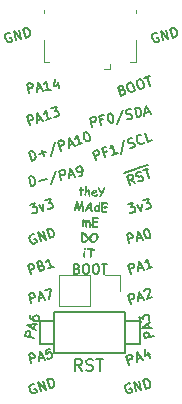
<source format=gbr>
G04 #@! TF.GenerationSoftware,KiCad,Pcbnew,(5.1.5)-3*
G04 #@! TF.CreationDate,2020-12-19T00:41:02-05:00*
G04 #@! TF.ProjectId,STM32_Breakout,53544d33-325f-4427-9265-616b6f75742e,rev?*
G04 #@! TF.SameCoordinates,Original*
G04 #@! TF.FileFunction,Legend,Top*
G04 #@! TF.FilePolarity,Positive*
%FSLAX46Y46*%
G04 Gerber Fmt 4.6, Leading zero omitted, Abs format (unit mm)*
G04 Created by KiCad (PCBNEW (5.1.5)-3) date 2020-12-19 00:41:02*
%MOMM*%
%LPD*%
G04 APERTURE LIST*
%ADD10C,0.150000*%
%ADD11C,0.010000*%
%ADD12C,0.120000*%
G04 APERTURE END LIST*
D10*
X127184285Y-94176857D02*
X127298571Y-94214952D01*
X127336666Y-94253047D01*
X127374761Y-94329238D01*
X127374761Y-94443523D01*
X127336666Y-94519714D01*
X127298571Y-94557809D01*
X127222380Y-94595904D01*
X126917619Y-94595904D01*
X126917619Y-93795904D01*
X127184285Y-93795904D01*
X127260476Y-93834000D01*
X127298571Y-93872095D01*
X127336666Y-93948285D01*
X127336666Y-94024476D01*
X127298571Y-94100666D01*
X127260476Y-94138761D01*
X127184285Y-94176857D01*
X126917619Y-94176857D01*
X127870000Y-93795904D02*
X128022380Y-93795904D01*
X128098571Y-93834000D01*
X128174761Y-93910190D01*
X128212857Y-94062571D01*
X128212857Y-94329238D01*
X128174761Y-94481619D01*
X128098571Y-94557809D01*
X128022380Y-94595904D01*
X127870000Y-94595904D01*
X127793809Y-94557809D01*
X127717619Y-94481619D01*
X127679523Y-94329238D01*
X127679523Y-94062571D01*
X127717619Y-93910190D01*
X127793809Y-93834000D01*
X127870000Y-93795904D01*
X128708095Y-93795904D02*
X128860476Y-93795904D01*
X128936666Y-93834000D01*
X129012857Y-93910190D01*
X129050952Y-94062571D01*
X129050952Y-94329238D01*
X129012857Y-94481619D01*
X128936666Y-94557809D01*
X128860476Y-94595904D01*
X128708095Y-94595904D01*
X128631904Y-94557809D01*
X128555714Y-94481619D01*
X128517619Y-94329238D01*
X128517619Y-94062571D01*
X128555714Y-93910190D01*
X128631904Y-93834000D01*
X128708095Y-93795904D01*
X129279523Y-93795904D02*
X129736666Y-93795904D01*
X129508095Y-94595904D02*
X129508095Y-93795904D01*
X121481717Y-74193386D02*
X121398263Y-74176308D01*
X121287871Y-74205887D01*
X121187340Y-74272264D01*
X121133465Y-74365578D01*
X121116387Y-74449032D01*
X121119029Y-74606080D01*
X121148609Y-74716472D01*
X121224845Y-74853801D01*
X121281361Y-74917535D01*
X121374675Y-74971410D01*
X121494927Y-74978628D01*
X121568521Y-74958908D01*
X121669053Y-74892532D01*
X121695990Y-74845875D01*
X121626972Y-74588295D01*
X121479783Y-74627734D01*
X122046884Y-74830731D02*
X121839829Y-74057991D01*
X122488450Y-74712414D01*
X122281395Y-73939673D01*
X122856422Y-74613816D02*
X122649367Y-73841076D01*
X122833353Y-73791777D01*
X122953604Y-73798995D01*
X123046918Y-73852869D01*
X123103435Y-73916604D01*
X123179671Y-74053933D01*
X123209250Y-74164324D01*
X123211892Y-74321373D01*
X123194815Y-74404827D01*
X123140940Y-74498141D01*
X123040408Y-74564517D01*
X122856422Y-74613816D01*
X123301943Y-97096948D02*
X123108405Y-96320711D01*
X123404114Y-96246983D01*
X123487258Y-96265514D01*
X123533438Y-96293262D01*
X123588833Y-96357973D01*
X123616482Y-96468864D01*
X123597950Y-96552007D01*
X123570203Y-96598187D01*
X123505491Y-96653583D01*
X123209782Y-96727311D01*
X123985919Y-96690845D02*
X124355556Y-96598684D01*
X123967288Y-96931059D02*
X124032496Y-96090310D01*
X124484780Y-96802034D01*
X124476060Y-95979717D02*
X124993551Y-95850692D01*
X124854416Y-96709873D01*
X123088525Y-79324629D02*
X122949606Y-78536783D01*
X123249738Y-78483862D01*
X123331386Y-78508148D01*
X123375518Y-78539049D01*
X123426265Y-78607467D01*
X123446110Y-78720017D01*
X123421824Y-78801665D01*
X123390923Y-78845796D01*
X123322505Y-78896543D01*
X123022373Y-78949465D01*
X123799164Y-78967227D02*
X124174328Y-78901075D01*
X123763822Y-79205556D02*
X123887518Y-78371404D01*
X124289052Y-79112944D01*
X124964349Y-78993871D02*
X124514151Y-79073253D01*
X124739250Y-79033562D02*
X124600332Y-78245716D01*
X124545144Y-78371496D01*
X124483342Y-78459759D01*
X124414924Y-78510506D01*
X125547034Y-78349567D02*
X125639646Y-78874798D01*
X125306530Y-78082511D02*
X125218175Y-78678334D01*
X125705889Y-78592337D01*
X123181874Y-82030328D02*
X122934661Y-81269483D01*
X123224506Y-81175306D01*
X123308740Y-81187993D01*
X123356743Y-81212451D01*
X123416518Y-81273141D01*
X123451834Y-81381833D01*
X123439147Y-81466066D01*
X123414689Y-81514069D01*
X123353999Y-81573844D01*
X123064153Y-81668021D01*
X123835856Y-81577502D02*
X124198164Y-81459781D01*
X123834027Y-81818431D02*
X123840429Y-80975181D01*
X124341257Y-81653622D01*
X124993410Y-81441724D02*
X124558642Y-81582989D01*
X124776026Y-81512357D02*
X124528813Y-80751511D01*
X124491667Y-80883748D01*
X124442750Y-80979753D01*
X124382061Y-81039528D01*
X124999812Y-80598474D02*
X125470811Y-80445437D01*
X125311373Y-80817688D01*
X125420065Y-80782372D01*
X125504299Y-80795058D01*
X125552301Y-80819517D01*
X125612076Y-80880206D01*
X125670937Y-81061360D01*
X125658250Y-81145593D01*
X125633791Y-81193596D01*
X125573102Y-81253371D01*
X125355718Y-81324003D01*
X125271484Y-81311317D01*
X125223481Y-81286858D01*
X123528008Y-100055198D02*
X122755268Y-99848143D01*
X122834146Y-99553765D01*
X122890662Y-99490031D01*
X122937319Y-99463094D01*
X123020774Y-99446016D01*
X123131165Y-99475595D01*
X123194900Y-99532112D01*
X123221837Y-99578769D01*
X123238915Y-99662223D01*
X123160036Y-99956600D01*
X123504421Y-99260096D02*
X123603018Y-98892124D01*
X123705484Y-99392849D02*
X123001762Y-98928214D01*
X123843521Y-98877689D01*
X123228537Y-98081879D02*
X123189098Y-98229067D01*
X123206175Y-98312521D01*
X123233113Y-98359178D01*
X123323785Y-98462352D01*
X123461114Y-98538588D01*
X123755491Y-98617466D01*
X123838945Y-98600389D01*
X123885602Y-98573451D01*
X123942119Y-98509717D01*
X123981558Y-98362528D01*
X123964480Y-98279074D01*
X123937543Y-98232417D01*
X123873808Y-98175900D01*
X123689822Y-98126601D01*
X123606368Y-98143679D01*
X123559711Y-98170616D01*
X123503195Y-98234351D01*
X123463755Y-98381540D01*
X123480833Y-98464994D01*
X123507770Y-98511651D01*
X123571505Y-98568168D01*
X123296741Y-87181302D02*
X123130411Y-86398784D01*
X123316725Y-86359182D01*
X123436434Y-86372683D01*
X123526800Y-86431368D01*
X123579904Y-86497973D01*
X123648848Y-86639104D01*
X123672610Y-86750892D01*
X123667029Y-86907863D01*
X123645607Y-86990309D01*
X123586922Y-87080676D01*
X123483054Y-87141700D01*
X123296741Y-87181302D01*
X124015895Y-86716871D02*
X124612099Y-86590143D01*
X125432782Y-85870454D02*
X124975904Y-87019116D01*
X125867871Y-86634791D02*
X125701542Y-85852273D01*
X125999644Y-85788910D01*
X126082090Y-85810332D01*
X126127273Y-85839674D01*
X126180377Y-85906279D01*
X126204138Y-86018067D01*
X126182716Y-86100513D01*
X126153374Y-86145696D01*
X126086769Y-86198800D01*
X125788667Y-86262164D01*
X126565604Y-86252806D02*
X126938232Y-86173601D01*
X126538601Y-86492223D02*
X126633111Y-85654262D01*
X127060280Y-86381337D01*
X127358382Y-86317974D02*
X127507433Y-86286292D01*
X127574038Y-86233188D01*
X127603380Y-86188005D01*
X127654145Y-86060376D01*
X127659726Y-85903404D01*
X127596362Y-85605302D01*
X127543258Y-85538697D01*
X127498075Y-85509355D01*
X127415629Y-85487933D01*
X127266578Y-85519615D01*
X127199973Y-85572718D01*
X127170631Y-85617901D01*
X127149209Y-85700347D01*
X127188811Y-85886661D01*
X127241915Y-85953266D01*
X127287098Y-85982609D01*
X127369544Y-86004030D01*
X127518595Y-85972349D01*
X127585200Y-85919245D01*
X127614542Y-85874062D01*
X127635964Y-85791616D01*
X123516701Y-103947930D02*
X123432468Y-103935244D01*
X123323775Y-103970560D01*
X123226855Y-104042107D01*
X123177938Y-104138112D01*
X123165251Y-104222346D01*
X123176109Y-104379041D01*
X123211425Y-104487733D01*
X123294744Y-104620884D01*
X123354519Y-104681573D01*
X123450525Y-104730490D01*
X123570989Y-104731405D01*
X123643450Y-104707861D01*
X123740371Y-104636314D01*
X123764829Y-104588311D01*
X123682425Y-104334696D01*
X123537502Y-104381784D01*
X124114450Y-104554824D02*
X123867236Y-103793979D01*
X124549219Y-104413559D01*
X124302005Y-103652714D01*
X124911526Y-104295838D02*
X124664312Y-103534993D01*
X124845466Y-103476133D01*
X124965930Y-103477047D01*
X125061936Y-103525964D01*
X125121711Y-103586654D01*
X125205030Y-103719805D01*
X125240346Y-103828497D01*
X125251203Y-103985192D01*
X125238517Y-104069425D01*
X125189600Y-104165431D01*
X125092679Y-104236978D01*
X124911526Y-104295838D01*
X123352461Y-85017966D02*
X123092007Y-84261551D01*
X123272105Y-84199538D01*
X123392567Y-84198350D01*
X123489412Y-84245585D01*
X123550237Y-84305222D01*
X123635867Y-84436898D01*
X123673075Y-84544957D01*
X123686665Y-84701439D01*
X123675451Y-84785881D01*
X123628216Y-84882726D01*
X123532560Y-84955953D01*
X123352461Y-85017966D01*
X124009655Y-84469354D02*
X124585971Y-84270912D01*
X124397034Y-84658291D02*
X124198592Y-84081975D01*
X125312829Y-83456571D02*
X124999343Y-84652351D01*
X125837824Y-84162187D02*
X125577370Y-83405772D01*
X125865528Y-83306552D01*
X125949970Y-83317766D01*
X125998392Y-83341383D01*
X126059217Y-83401020D01*
X126096425Y-83509079D01*
X126085210Y-83593522D01*
X126061593Y-83641944D01*
X126001956Y-83702769D01*
X125713798Y-83801990D01*
X126483804Y-83698017D02*
X126844001Y-83573991D01*
X126486180Y-83938940D02*
X126477864Y-83095707D01*
X126990456Y-83765304D01*
X127638812Y-83542057D02*
X127206575Y-83690889D01*
X127422693Y-83616473D02*
X127162239Y-82860058D01*
X127127407Y-82992923D01*
X127080173Y-83089767D01*
X127020536Y-83150592D01*
X127846614Y-82624409D02*
X127918654Y-82599604D01*
X128003096Y-82610818D01*
X128051518Y-82634435D01*
X128112343Y-82694072D01*
X128197973Y-82825749D01*
X128259986Y-83005847D01*
X128273577Y-83162329D01*
X128262362Y-83246771D01*
X128238745Y-83295193D01*
X128179108Y-83356018D01*
X128107069Y-83380824D01*
X128022627Y-83369609D01*
X127974204Y-83345992D01*
X127913379Y-83286355D01*
X127827749Y-83154679D01*
X127765736Y-82974580D01*
X127752146Y-82818098D01*
X127763360Y-82733656D01*
X127786977Y-82685234D01*
X127846614Y-82624409D01*
X123312137Y-102191137D02*
X123105081Y-101418396D01*
X123399459Y-101339518D01*
X123482913Y-101356596D01*
X123529570Y-101383533D01*
X123586087Y-101447268D01*
X123615666Y-101557659D01*
X123598588Y-101641114D01*
X123571651Y-101687770D01*
X123507916Y-101744287D01*
X123213539Y-101823165D01*
X123988921Y-101773159D02*
X124356893Y-101674561D01*
X123974486Y-102013661D02*
X124025011Y-101171902D01*
X124489646Y-101875624D01*
X124908143Y-100935268D02*
X124540171Y-101033865D01*
X124601972Y-101411697D01*
X124628909Y-101365040D01*
X124692644Y-101308523D01*
X124876630Y-101259224D01*
X124960084Y-101276302D01*
X125006741Y-101303239D01*
X125063257Y-101366974D01*
X125112556Y-101550960D01*
X125095479Y-101634414D01*
X125068541Y-101681071D01*
X125004807Y-101737588D01*
X124820821Y-101786886D01*
X124737367Y-101769809D01*
X124690710Y-101742871D01*
X123301311Y-94644655D02*
X123040856Y-93888240D01*
X123329014Y-93789019D01*
X123413456Y-93800234D01*
X123461879Y-93823851D01*
X123522703Y-93883488D01*
X123559911Y-93991547D01*
X123548697Y-94075989D01*
X123525080Y-94124411D01*
X123465443Y-94185236D01*
X123177285Y-94284457D01*
X124173435Y-93901165D02*
X124293897Y-93899977D01*
X124342319Y-93923594D01*
X124403144Y-93983231D01*
X124440352Y-94091290D01*
X124429138Y-94175732D01*
X124405520Y-94224154D01*
X124345883Y-94284979D01*
X124057725Y-94384200D01*
X123797271Y-93627785D01*
X124049409Y-93540967D01*
X124133851Y-93552182D01*
X124182274Y-93575799D01*
X124243099Y-93635436D01*
X124267904Y-93707475D01*
X124256689Y-93791917D01*
X124233072Y-93840340D01*
X124173435Y-93901165D01*
X123921297Y-93987983D01*
X125210358Y-93987317D02*
X124778120Y-94136148D01*
X124994239Y-94061733D02*
X124733785Y-93305318D01*
X124698953Y-93438182D01*
X124651718Y-93535027D01*
X124592082Y-93595852D01*
X123183757Y-88741387D02*
X123659810Y-88604881D01*
X123487477Y-88971340D01*
X123597336Y-88939839D01*
X123681075Y-88955457D01*
X123728195Y-88981576D01*
X123785816Y-89044315D01*
X123838318Y-89227412D01*
X123822700Y-89311152D01*
X123796581Y-89358272D01*
X123733842Y-89415892D01*
X123514125Y-89478895D01*
X123430386Y-89463276D01*
X123383266Y-89437157D01*
X123989650Y-88787714D02*
X124319754Y-89247885D01*
X124355845Y-88682709D01*
X124502059Y-88363370D02*
X124978112Y-88226864D01*
X124805779Y-88593323D01*
X124915638Y-88561822D01*
X124999377Y-88577440D01*
X125046497Y-88603559D01*
X125104118Y-88666298D01*
X125156620Y-88849395D01*
X125141001Y-88933135D01*
X125114882Y-88980255D01*
X125052144Y-89037875D01*
X124832427Y-89100878D01*
X124748687Y-89085260D01*
X124701567Y-89059141D01*
X123513456Y-91260234D02*
X123429014Y-91249019D01*
X123320955Y-91286227D01*
X123225298Y-91359454D01*
X123178064Y-91456299D01*
X123166849Y-91540741D01*
X123180440Y-91697223D01*
X123217648Y-91805282D01*
X123303278Y-91936959D01*
X123364103Y-91996595D01*
X123460947Y-92043830D01*
X123581409Y-92042642D01*
X123653449Y-92017837D01*
X123749105Y-91944609D01*
X123772723Y-91896187D01*
X123685904Y-91644048D01*
X123541825Y-91693659D01*
X124121706Y-91856603D02*
X123861251Y-91100188D01*
X124553943Y-91707772D01*
X124293488Y-90951357D01*
X124914140Y-91583746D02*
X124653686Y-90827331D01*
X124833785Y-90765318D01*
X124954246Y-90764130D01*
X125051091Y-90811364D01*
X125111916Y-90871001D01*
X125197546Y-91002677D01*
X125234754Y-91110737D01*
X125248345Y-91267218D01*
X125237130Y-91351660D01*
X125189896Y-91448505D01*
X125094239Y-91521733D01*
X124914140Y-91583746D01*
X131029766Y-79021158D02*
X131150230Y-79022072D01*
X131198233Y-79046531D01*
X131258008Y-79107220D01*
X131293324Y-79215912D01*
X131280637Y-79300146D01*
X131256179Y-79348149D01*
X131195489Y-79407923D01*
X130905644Y-79502100D01*
X130658430Y-78741255D01*
X130912045Y-78658850D01*
X130996279Y-78671537D01*
X131044281Y-78695996D01*
X131104056Y-78756685D01*
X131127600Y-78829146D01*
X131114914Y-78913380D01*
X131090455Y-78961383D01*
X131029766Y-79021158D01*
X130776151Y-79103562D01*
X131564198Y-78446953D02*
X131709121Y-78399865D01*
X131793354Y-78412551D01*
X131889360Y-78461469D01*
X131972679Y-78594619D01*
X132055084Y-78848234D01*
X132065941Y-79004929D01*
X132017024Y-79100935D01*
X131956335Y-79160710D01*
X131811412Y-79207798D01*
X131727178Y-79195112D01*
X131631172Y-79146194D01*
X131547853Y-79013043D01*
X131465449Y-78759428D01*
X131454591Y-78602733D01*
X131503509Y-78506728D01*
X131564198Y-78446953D01*
X132361274Y-78187967D02*
X132506197Y-78140879D01*
X132590430Y-78153566D01*
X132686436Y-78202483D01*
X132769755Y-78335634D01*
X132852160Y-78589249D01*
X132863017Y-78745944D01*
X132814100Y-78841949D01*
X132753410Y-78901724D01*
X132608488Y-78948813D01*
X132524254Y-78936126D01*
X132428248Y-78887209D01*
X132344929Y-78754058D01*
X132262525Y-78500443D01*
X132251667Y-78343748D01*
X132300585Y-78247742D01*
X132361274Y-78187967D01*
X132904735Y-78011386D02*
X133339504Y-77870121D01*
X133369333Y-78701599D02*
X133122119Y-77940754D01*
X133927717Y-74193386D02*
X133844263Y-74176308D01*
X133733871Y-74205887D01*
X133633340Y-74272264D01*
X133579465Y-74365578D01*
X133562387Y-74449032D01*
X133565029Y-74606080D01*
X133594609Y-74716472D01*
X133670845Y-74853801D01*
X133727361Y-74917535D01*
X133820675Y-74971410D01*
X133940927Y-74978628D01*
X134014521Y-74958908D01*
X134115053Y-74892532D01*
X134141990Y-74845875D01*
X134072972Y-74588295D01*
X133925783Y-74627734D01*
X134492884Y-74830731D02*
X134285829Y-74057991D01*
X134934450Y-74712414D01*
X134727395Y-73939673D01*
X135302422Y-74613816D02*
X135095367Y-73841076D01*
X135279353Y-73791777D01*
X135399604Y-73798995D01*
X135492918Y-73852869D01*
X135549435Y-73916604D01*
X135625671Y-74053933D01*
X135655250Y-74164324D01*
X135657892Y-74321373D01*
X135640815Y-74404827D01*
X135586940Y-74498141D01*
X135486408Y-74564517D01*
X135302422Y-74613816D01*
X128473164Y-82148825D02*
X128306835Y-81366307D01*
X128604937Y-81302943D01*
X128687383Y-81324365D01*
X128732566Y-81353707D01*
X128785670Y-81420312D01*
X128809431Y-81532101D01*
X128788009Y-81614547D01*
X128758667Y-81659730D01*
X128692062Y-81712834D01*
X128393960Y-81776197D01*
X129429396Y-81517162D02*
X129168557Y-81572605D01*
X129255682Y-81982495D02*
X129089353Y-81199977D01*
X129461980Y-81120773D01*
X129909134Y-81025727D02*
X129983659Y-81009887D01*
X130066105Y-81031308D01*
X130111288Y-81060651D01*
X130164392Y-81127256D01*
X130233336Y-81268387D01*
X130272939Y-81454700D01*
X130267358Y-81611672D01*
X130245936Y-81694118D01*
X130216594Y-81739301D01*
X130149988Y-81792405D01*
X130075463Y-81808246D01*
X129993017Y-81786824D01*
X129947834Y-81757481D01*
X129894730Y-81690876D01*
X129825785Y-81549746D01*
X129786183Y-81363432D01*
X129791764Y-81206460D01*
X129813186Y-81124014D01*
X129842528Y-81078831D01*
X129909134Y-81025727D01*
X131056359Y-80742931D02*
X130599481Y-81891594D01*
X131446265Y-81477926D02*
X131565974Y-81491428D01*
X131752287Y-81451826D01*
X131818892Y-81398722D01*
X131848235Y-81353539D01*
X131869657Y-81271093D01*
X131853816Y-81196567D01*
X131800712Y-81129962D01*
X131755529Y-81100620D01*
X131673083Y-81079198D01*
X131516111Y-81073617D01*
X131433665Y-81052195D01*
X131388482Y-81022853D01*
X131335379Y-80956248D01*
X131319538Y-80881722D01*
X131340960Y-80799276D01*
X131370302Y-80754093D01*
X131436907Y-80700989D01*
X131623221Y-80661387D01*
X131742929Y-80674888D01*
X132236703Y-81348860D02*
X132070374Y-80566342D01*
X132256688Y-80526739D01*
X132376397Y-80540241D01*
X132466763Y-80598926D01*
X132519867Y-80665531D01*
X132588811Y-80806661D01*
X132612572Y-80918450D01*
X132606991Y-81075421D01*
X132585570Y-81157867D01*
X132526885Y-81248233D01*
X132423017Y-81309258D01*
X132236703Y-81348860D01*
X132934436Y-80966874D02*
X133307064Y-80887670D01*
X132907433Y-81206292D02*
X133001943Y-80368331D01*
X133429112Y-81095405D01*
X128834819Y-85000471D02*
X128561203Y-84248717D01*
X128847586Y-84144482D01*
X128932211Y-84154221D01*
X128981038Y-84176990D01*
X129042894Y-84235556D01*
X129081982Y-84342950D01*
X129072243Y-84427575D01*
X129049475Y-84476402D01*
X128990908Y-84538258D01*
X128704526Y-84642493D01*
X129693835Y-84241874D02*
X129443251Y-84333079D01*
X129586573Y-84726855D02*
X129312957Y-83975101D01*
X129670935Y-83844807D01*
X130624710Y-84349004D02*
X130195136Y-84505356D01*
X130409923Y-84427180D02*
X130136307Y-83675426D01*
X130103799Y-83808878D01*
X130058262Y-83906533D01*
X129999696Y-83968389D01*
X131197212Y-83248748D02*
X130904643Y-84449817D01*
X131685615Y-83922326D02*
X131806038Y-83919036D01*
X131985027Y-83853889D01*
X132043593Y-83792033D01*
X132066362Y-83743206D01*
X132076101Y-83658581D01*
X132050042Y-83586985D01*
X131988186Y-83528419D01*
X131939358Y-83505650D01*
X131854733Y-83495911D01*
X131698513Y-83512231D01*
X131613888Y-83502492D01*
X131565061Y-83479723D01*
X131503204Y-83421157D01*
X131477146Y-83349561D01*
X131486885Y-83264936D01*
X131509653Y-83216109D01*
X131568219Y-83154253D01*
X131747209Y-83089106D01*
X131867631Y-83085816D01*
X132853914Y-83456560D02*
X132831145Y-83505387D01*
X132736781Y-83580273D01*
X132665185Y-83606332D01*
X132544763Y-83609622D01*
X132447108Y-83564085D01*
X132385252Y-83505519D01*
X132297337Y-83375357D01*
X132258249Y-83267963D01*
X132241929Y-83111743D01*
X132251668Y-83027118D01*
X132297205Y-82929464D01*
X132391569Y-82854578D01*
X132463165Y-82828519D01*
X132583588Y-82825229D01*
X132632415Y-82847997D01*
X133560131Y-83280598D02*
X133202153Y-83410892D01*
X132928536Y-82659138D01*
X131142423Y-86054479D02*
X131898838Y-85794024D01*
X132123597Y-86914817D02*
X131747433Y-86641438D01*
X131691360Y-87063648D02*
X131430905Y-86307233D01*
X131719063Y-86208013D01*
X131803506Y-86219227D01*
X131851928Y-86242844D01*
X131912753Y-86302481D01*
X131949961Y-86410540D01*
X131938746Y-86494983D01*
X131915129Y-86543405D01*
X131855492Y-86604230D01*
X131567334Y-86703451D01*
X131898838Y-85794024D02*
X132619233Y-85545972D01*
X132399352Y-86779577D02*
X132519814Y-86778388D01*
X132699913Y-86716375D01*
X132759550Y-86655551D01*
X132783167Y-86607128D01*
X132794382Y-86522686D01*
X132769577Y-86450647D01*
X132708752Y-86391010D01*
X132660329Y-86367393D01*
X132575887Y-86356178D01*
X132419405Y-86369769D01*
X132334963Y-86358554D01*
X132286541Y-86334937D01*
X132225716Y-86275300D01*
X132200911Y-86203260D01*
X132212125Y-86118818D01*
X132235743Y-86070396D01*
X132295380Y-86009571D01*
X132475478Y-85947558D01*
X132595940Y-85946370D01*
X132619233Y-85545972D02*
X133195549Y-85347531D01*
X132799656Y-85835935D02*
X133231893Y-85687104D01*
X133276229Y-86517934D02*
X133015775Y-85761519D01*
X131489924Y-88705319D02*
X131970451Y-88585510D01*
X131785434Y-88945732D01*
X131896325Y-88918084D01*
X131979468Y-88936615D01*
X132025648Y-88964363D01*
X132081044Y-89029074D01*
X132127124Y-89213892D01*
X132108593Y-89297036D01*
X132080845Y-89343216D01*
X132016134Y-89398611D01*
X131794352Y-89453908D01*
X131711209Y-89435376D01*
X131665029Y-89407629D01*
X132293709Y-88779743D02*
X132607552Y-89251154D01*
X132663345Y-88687583D01*
X132820615Y-88373541D02*
X133301142Y-88253732D01*
X133116125Y-88613954D01*
X133227016Y-88586305D01*
X133310160Y-88604837D01*
X133356339Y-88632584D01*
X133411735Y-88697296D01*
X133457815Y-88882114D01*
X133439284Y-88965257D01*
X133411536Y-89011437D01*
X133346825Y-89066833D01*
X133125043Y-89122129D01*
X133041900Y-89103598D01*
X132995720Y-89075850D01*
X131612137Y-92031137D02*
X131405081Y-91258396D01*
X131699459Y-91179518D01*
X131782913Y-91196596D01*
X131829570Y-91223533D01*
X131886087Y-91287268D01*
X131915666Y-91397659D01*
X131898588Y-91481114D01*
X131871651Y-91527770D01*
X131807916Y-91584287D01*
X131513539Y-91663165D01*
X132288921Y-91613159D02*
X132656893Y-91514561D01*
X132274486Y-91853661D02*
X132325011Y-91011902D01*
X132789646Y-91715624D01*
X132987360Y-90834426D02*
X133060954Y-90814707D01*
X133144408Y-90831784D01*
X133191065Y-90858722D01*
X133247582Y-90922456D01*
X133323818Y-91059785D01*
X133373117Y-91243771D01*
X133375759Y-91400820D01*
X133358681Y-91484274D01*
X133331744Y-91530931D01*
X133268009Y-91587447D01*
X133194415Y-91607167D01*
X133110961Y-91590089D01*
X133064304Y-91563152D01*
X133007787Y-91499417D01*
X132931551Y-91362088D01*
X132882252Y-91178102D01*
X132879610Y-91021054D01*
X132896688Y-90937600D01*
X132923625Y-90890943D01*
X132987360Y-90834426D01*
X131722576Y-94585146D02*
X131502067Y-93816137D01*
X131795022Y-93732133D01*
X131878762Y-93747752D01*
X131925882Y-93773871D01*
X131983502Y-93836609D01*
X132015004Y-93946468D01*
X131999385Y-94030207D01*
X131973266Y-94077327D01*
X131910528Y-94134948D01*
X131617572Y-94218951D01*
X132391963Y-94155420D02*
X132758158Y-94050415D01*
X132381727Y-94396138D02*
X132417554Y-93553625D01*
X132894400Y-94249131D01*
X133553551Y-94060123D02*
X133114117Y-94186128D01*
X133333834Y-94123126D02*
X133113324Y-93354116D01*
X133071587Y-93484976D01*
X133019349Y-93579215D01*
X132956610Y-93636836D01*
X131744181Y-97152607D02*
X131496968Y-96391762D01*
X131786814Y-96297585D01*
X131871047Y-96310272D01*
X131919050Y-96334731D01*
X131978825Y-96395420D01*
X132014141Y-96504112D01*
X132001455Y-96588346D01*
X131976996Y-96636349D01*
X131916307Y-96696123D01*
X131626461Y-96790300D01*
X132398164Y-96699781D02*
X132760471Y-96582061D01*
X132396335Y-96940710D02*
X132402736Y-96097460D01*
X132903565Y-96775901D01*
X132897280Y-96016885D02*
X132921738Y-95968882D01*
X132982428Y-95909107D01*
X133163581Y-95850247D01*
X133247815Y-95862933D01*
X133295818Y-95887392D01*
X133355592Y-95948081D01*
X133379137Y-96020543D01*
X133378222Y-96141007D01*
X133084718Y-96717040D01*
X133555718Y-96564003D01*
X131635340Y-102296851D02*
X131374886Y-101540436D01*
X131663044Y-101441215D01*
X131747486Y-101452430D01*
X131795908Y-101476047D01*
X131856733Y-101535684D01*
X131893941Y-101643743D01*
X131882726Y-101728185D01*
X131859109Y-101776608D01*
X131799472Y-101837432D01*
X131511314Y-101936653D01*
X132281320Y-101832680D02*
X132641517Y-101708654D01*
X132283696Y-102073604D02*
X132275380Y-101230371D01*
X132787972Y-101899968D01*
X133190652Y-101197250D02*
X133364288Y-101701526D01*
X132911333Y-100971105D02*
X132917273Y-101573414D01*
X133385530Y-101412180D01*
X131645812Y-103899338D02*
X131562669Y-103880807D01*
X131451778Y-103908455D01*
X131350103Y-103973067D01*
X131294608Y-104065426D01*
X131276077Y-104148570D01*
X131275977Y-104305640D01*
X131303625Y-104416531D01*
X131377453Y-104555170D01*
X131432849Y-104619881D01*
X131525209Y-104675376D01*
X131645316Y-104684692D01*
X131719243Y-104666260D01*
X131820918Y-104601648D01*
X131848665Y-104555468D01*
X131784153Y-104296722D01*
X131636298Y-104333587D01*
X132199770Y-104546451D02*
X132006233Y-103770214D01*
X132643334Y-104435858D01*
X132449797Y-103659621D01*
X133012971Y-104343697D02*
X132819433Y-103567460D01*
X133004251Y-103521380D01*
X133124358Y-103530695D01*
X133216718Y-103586191D01*
X133272113Y-103650902D01*
X133345941Y-103789540D01*
X133373590Y-103900431D01*
X133373490Y-104057502D01*
X133354959Y-104140645D01*
X133299464Y-104233005D01*
X133197789Y-104297617D01*
X133012971Y-104343697D01*
X133711137Y-99867862D02*
X132938396Y-100074918D01*
X132859518Y-99780540D01*
X132876596Y-99697086D01*
X132903533Y-99650429D01*
X132967268Y-99593912D01*
X133077659Y-99564333D01*
X133161114Y-99581411D01*
X133207770Y-99608348D01*
X133264287Y-99672083D01*
X133343165Y-99966460D01*
X133293159Y-99191078D02*
X133194561Y-98823106D01*
X133533661Y-99205513D02*
X132691902Y-99154988D01*
X133395624Y-98690353D01*
X132573585Y-98713422D02*
X132445408Y-98235059D01*
X132808804Y-98413761D01*
X132779224Y-98303369D01*
X132796302Y-98219915D01*
X132823239Y-98173258D01*
X132886974Y-98116742D01*
X133070960Y-98067443D01*
X133154414Y-98084520D01*
X133201071Y-98111458D01*
X133257588Y-98175192D01*
X133316746Y-98395975D01*
X133299669Y-98479430D01*
X133272731Y-98526087D01*
D11*
G36*
X128742162Y-87486739D02*
G01*
X128753868Y-87492535D01*
X128803506Y-87537202D01*
X128813414Y-87597436D01*
X128805567Y-87638488D01*
X128780108Y-87670938D01*
X128726560Y-87703776D01*
X128646294Y-87740828D01*
X128550299Y-87783173D01*
X128494222Y-87810970D01*
X128471387Y-87830423D01*
X128475118Y-87847736D01*
X128498741Y-87869112D01*
X128503821Y-87873244D01*
X128580022Y-87907776D01*
X128672241Y-87913875D01*
X128753833Y-87890275D01*
X128761518Y-87885473D01*
X128818574Y-87854580D01*
X128845686Y-87861507D01*
X128849270Y-87887812D01*
X128824055Y-87938305D01*
X128763613Y-87972788D01*
X128681636Y-87989686D01*
X128591820Y-87987419D01*
X128507855Y-87964408D01*
X128457394Y-87932969D01*
X128396792Y-87850980D01*
X128381459Y-87749021D01*
X128388753Y-87713566D01*
X128457060Y-87717145D01*
X128463968Y-87728614D01*
X128492158Y-87719468D01*
X128551946Y-87695209D01*
X128606071Y-87671788D01*
X128677560Y-87636186D01*
X128725271Y-87604851D01*
X128737205Y-87589768D01*
X128716882Y-87562267D01*
X128666169Y-87544975D01*
X128605354Y-87542300D01*
X128565466Y-87552463D01*
X128532670Y-87580679D01*
X128497661Y-87627958D01*
X128469454Y-87678660D01*
X128457060Y-87717145D01*
X128388753Y-87713566D01*
X128402000Y-87649168D01*
X128457310Y-87545317D01*
X128537864Y-87481215D01*
X128635527Y-87460481D01*
X128742162Y-87486739D01*
G37*
X128742162Y-87486739D02*
X128753868Y-87492535D01*
X128803506Y-87537202D01*
X128813414Y-87597436D01*
X128805567Y-87638488D01*
X128780108Y-87670938D01*
X128726560Y-87703776D01*
X128646294Y-87740828D01*
X128550299Y-87783173D01*
X128494222Y-87810970D01*
X128471387Y-87830423D01*
X128475118Y-87847736D01*
X128498741Y-87869112D01*
X128503821Y-87873244D01*
X128580022Y-87907776D01*
X128672241Y-87913875D01*
X128753833Y-87890275D01*
X128761518Y-87885473D01*
X128818574Y-87854580D01*
X128845686Y-87861507D01*
X128849270Y-87887812D01*
X128824055Y-87938305D01*
X128763613Y-87972788D01*
X128681636Y-87989686D01*
X128591820Y-87987419D01*
X128507855Y-87964408D01*
X128457394Y-87932969D01*
X128396792Y-87850980D01*
X128381459Y-87749021D01*
X128388753Y-87713566D01*
X128457060Y-87717145D01*
X128463968Y-87728614D01*
X128492158Y-87719468D01*
X128551946Y-87695209D01*
X128606071Y-87671788D01*
X128677560Y-87636186D01*
X128725271Y-87604851D01*
X128737205Y-87589768D01*
X128716882Y-87562267D01*
X128666169Y-87544975D01*
X128605354Y-87542300D01*
X128565466Y-87552463D01*
X128532670Y-87580679D01*
X128497661Y-87627958D01*
X128469454Y-87678660D01*
X128457060Y-87717145D01*
X128388753Y-87713566D01*
X128402000Y-87649168D01*
X128457310Y-87545317D01*
X128537864Y-87481215D01*
X128635527Y-87460481D01*
X128742162Y-87486739D01*
G36*
X129507659Y-87278230D02*
G01*
X129514772Y-87300111D01*
X129504488Y-87343723D01*
X129474837Y-87415758D01*
X129423854Y-87522904D01*
X129392586Y-87586044D01*
X129307995Y-87753496D01*
X129241726Y-87878663D01*
X129190876Y-87965641D01*
X129152541Y-88018524D01*
X129123819Y-88041404D01*
X129101804Y-88038378D01*
X129086066Y-88018252D01*
X129089589Y-87983370D01*
X129113651Y-87922154D01*
X129132968Y-87884375D01*
X129193335Y-87775074D01*
X129136169Y-87672197D01*
X129057973Y-87529919D01*
X129002971Y-87425307D01*
X128968470Y-87352074D01*
X128951784Y-87303937D01*
X128950221Y-87274611D01*
X128959425Y-87259192D01*
X128993839Y-87258960D01*
X129040810Y-87303884D01*
X129097626Y-87390455D01*
X129161577Y-87515164D01*
X129168096Y-87529238D01*
X129212347Y-87616090D01*
X129245786Y-87662135D01*
X129265943Y-87664622D01*
X129270670Y-87643430D01*
X129283917Y-87598286D01*
X129315642Y-87529305D01*
X129358370Y-87449460D01*
X129404620Y-87371725D01*
X129446917Y-87309072D01*
X129477782Y-87274475D01*
X129485115Y-87271390D01*
X129507659Y-87278230D01*
G37*
X129507659Y-87278230D02*
X129514772Y-87300111D01*
X129504488Y-87343723D01*
X129474837Y-87415758D01*
X129423854Y-87522904D01*
X129392586Y-87586044D01*
X129307995Y-87753496D01*
X129241726Y-87878663D01*
X129190876Y-87965641D01*
X129152541Y-88018524D01*
X129123819Y-88041404D01*
X129101804Y-88038378D01*
X129086066Y-88018252D01*
X129089589Y-87983370D01*
X129113651Y-87922154D01*
X129132968Y-87884375D01*
X129193335Y-87775074D01*
X129136169Y-87672197D01*
X129057973Y-87529919D01*
X129002971Y-87425307D01*
X128968470Y-87352074D01*
X128951784Y-87303937D01*
X128950221Y-87274611D01*
X128959425Y-87259192D01*
X128993839Y-87258960D01*
X129040810Y-87303884D01*
X129097626Y-87390455D01*
X129161577Y-87515164D01*
X129168096Y-87529238D01*
X129212347Y-87616090D01*
X129245786Y-87662135D01*
X129265943Y-87664622D01*
X129270670Y-87643430D01*
X129283917Y-87598286D01*
X129315642Y-87529305D01*
X129358370Y-87449460D01*
X129404620Y-87371725D01*
X129446917Y-87309072D01*
X129477782Y-87274475D01*
X129485115Y-87271390D01*
X129507659Y-87278230D01*
G36*
X127924848Y-87178554D02*
G01*
X127934010Y-87257378D01*
X127933005Y-87342023D01*
X127923885Y-87516044D01*
X128015882Y-87475058D01*
X128110524Y-87448925D01*
X128182409Y-87462345D01*
X128225572Y-87514005D01*
X128228272Y-87521840D01*
X128239096Y-87579904D01*
X128246488Y-87664018D01*
X128250279Y-87759959D01*
X128250294Y-87853505D01*
X128246363Y-87930435D01*
X128238315Y-87976524D01*
X128233848Y-87983170D01*
X128201295Y-87977002D01*
X128185834Y-87961954D01*
X128172187Y-87918734D01*
X128164294Y-87844246D01*
X128163443Y-87788687D01*
X128162886Y-87667208D01*
X128154301Y-87588814D01*
X128135939Y-87545971D01*
X128106049Y-87531145D01*
X128103545Y-87530966D01*
X128036279Y-87551283D01*
X127976345Y-87613076D01*
X127930695Y-87706819D01*
X127909300Y-87797206D01*
X127891907Y-87886813D01*
X127870564Y-87931444D01*
X127852090Y-87939148D01*
X127838305Y-87930913D01*
X127829903Y-87903338D01*
X127826682Y-87849514D01*
X127828444Y-87762535D01*
X127834985Y-87635493D01*
X127840609Y-87545064D01*
X127850049Y-87409233D01*
X127859473Y-87292396D01*
X127868051Y-87203555D01*
X127874954Y-87151711D01*
X127877721Y-87142243D01*
X127905526Y-87138156D01*
X127924848Y-87178554D01*
G37*
X127924848Y-87178554D02*
X127934010Y-87257378D01*
X127933005Y-87342023D01*
X127923885Y-87516044D01*
X128015882Y-87475058D01*
X128110524Y-87448925D01*
X128182409Y-87462345D01*
X128225572Y-87514005D01*
X128228272Y-87521840D01*
X128239096Y-87579904D01*
X128246488Y-87664018D01*
X128250279Y-87759959D01*
X128250294Y-87853505D01*
X128246363Y-87930435D01*
X128238315Y-87976524D01*
X128233848Y-87983170D01*
X128201295Y-87977002D01*
X128185834Y-87961954D01*
X128172187Y-87918734D01*
X128164294Y-87844246D01*
X128163443Y-87788687D01*
X128162886Y-87667208D01*
X128154301Y-87588814D01*
X128135939Y-87545971D01*
X128106049Y-87531145D01*
X128103545Y-87530966D01*
X128036279Y-87551283D01*
X127976345Y-87613076D01*
X127930695Y-87706819D01*
X127909300Y-87797206D01*
X127891907Y-87886813D01*
X127870564Y-87931444D01*
X127852090Y-87939148D01*
X127838305Y-87930913D01*
X127829903Y-87903338D01*
X127826682Y-87849514D01*
X127828444Y-87762535D01*
X127834985Y-87635493D01*
X127840609Y-87545064D01*
X127850049Y-87409233D01*
X127859473Y-87292396D01*
X127868051Y-87203555D01*
X127874954Y-87151711D01*
X127877721Y-87142243D01*
X127905526Y-87138156D01*
X127924848Y-87178554D01*
G36*
X127536322Y-87245232D02*
G01*
X127550536Y-87297929D01*
X127550855Y-87324749D01*
X127554737Y-87378543D01*
X127584610Y-87399558D01*
X127621828Y-87403572D01*
X127680844Y-87415455D01*
X127712742Y-87436728D01*
X127709336Y-87470924D01*
X127667440Y-87495760D01*
X127599518Y-87504100D01*
X127595400Y-87503943D01*
X127564240Y-87504647D01*
X127546605Y-87517482D01*
X127539358Y-87553161D01*
X127539363Y-87622397D01*
X127541650Y-87687407D01*
X127542195Y-87802105D01*
X127532528Y-87876208D01*
X127513276Y-87917180D01*
X127478937Y-87943881D01*
X127460382Y-87941328D01*
X127453587Y-87908456D01*
X127450840Y-87838045D01*
X127452514Y-87743426D01*
X127453979Y-87711427D01*
X127465013Y-87500893D01*
X127395618Y-87489176D01*
X127338697Y-87464392D01*
X127320108Y-87432449D01*
X127327027Y-87401093D01*
X127367383Y-87391106D01*
X127395229Y-87391696D01*
X127450706Y-87389975D01*
X127469587Y-87369209D01*
X127467861Y-87333311D01*
X127468817Y-87273332D01*
X127479620Y-87241276D01*
X127509792Y-87222959D01*
X127536322Y-87245232D01*
G37*
X127536322Y-87245232D02*
X127550536Y-87297929D01*
X127550855Y-87324749D01*
X127554737Y-87378543D01*
X127584610Y-87399558D01*
X127621828Y-87403572D01*
X127680844Y-87415455D01*
X127712742Y-87436728D01*
X127709336Y-87470924D01*
X127667440Y-87495760D01*
X127599518Y-87504100D01*
X127595400Y-87503943D01*
X127564240Y-87504647D01*
X127546605Y-87517482D01*
X127539358Y-87553161D01*
X127539363Y-87622397D01*
X127541650Y-87687407D01*
X127542195Y-87802105D01*
X127532528Y-87876208D01*
X127513276Y-87917180D01*
X127478937Y-87943881D01*
X127460382Y-87941328D01*
X127453587Y-87908456D01*
X127450840Y-87838045D01*
X127452514Y-87743426D01*
X127453979Y-87711427D01*
X127465013Y-87500893D01*
X127395618Y-87489176D01*
X127338697Y-87464392D01*
X127320108Y-87432449D01*
X127327027Y-87401093D01*
X127367383Y-87391106D01*
X127395229Y-87391696D01*
X127450706Y-87389975D01*
X127469587Y-87369209D01*
X127467861Y-87333311D01*
X127468817Y-87273332D01*
X127479620Y-87241276D01*
X127509792Y-87222959D01*
X127536322Y-87245232D01*
G36*
X129081494Y-88548179D02*
G01*
X129089479Y-88578124D01*
X129092107Y-88635823D01*
X129089557Y-88728120D01*
X129082010Y-88861859D01*
X129078043Y-88922366D01*
X129068415Y-89056133D01*
X129058939Y-89170731D01*
X129050462Y-89257051D01*
X129043835Y-89305982D01*
X129041543Y-89313532D01*
X129016711Y-89307200D01*
X128995683Y-89291099D01*
X128958184Y-89273266D01*
X128942821Y-89284689D01*
X128905351Y-89301269D01*
X128839275Y-89304448D01*
X128764845Y-89295463D01*
X128702315Y-89275545D01*
X128691478Y-89269372D01*
X128652497Y-89225975D01*
X128617366Y-89159196D01*
X128613994Y-89150238D01*
X128599393Y-89044093D01*
X128609620Y-88995768D01*
X128685822Y-88999762D01*
X128690357Y-89108027D01*
X128726478Y-89184452D01*
X128788604Y-89223874D01*
X128871159Y-89221136D01*
X128909516Y-89206674D01*
X128943241Y-89177807D01*
X128960830Y-89122653D01*
X128966517Y-89061547D01*
X128962716Y-88962692D01*
X128935270Y-88903494D01*
X128879180Y-88876134D01*
X128845469Y-88872235D01*
X128763205Y-88889207D01*
X128705246Y-88942352D01*
X128685822Y-88999762D01*
X128609620Y-88995768D01*
X128622331Y-88935710D01*
X128677518Y-88845407D01*
X128698449Y-88825787D01*
X128770288Y-88794187D01*
X128862022Y-88787232D01*
X128948152Y-88806313D01*
X128959124Y-88811566D01*
X128983483Y-88817799D01*
X128999002Y-88798314D01*
X129010051Y-88743563D01*
X129016804Y-88685520D01*
X129030494Y-88594712D01*
X129048973Y-88548444D01*
X129067969Y-88539146D01*
X129081494Y-88548179D01*
G37*
X129081494Y-88548179D02*
X129089479Y-88578124D01*
X129092107Y-88635823D01*
X129089557Y-88728120D01*
X129082010Y-88861859D01*
X129078043Y-88922366D01*
X129068415Y-89056133D01*
X129058939Y-89170731D01*
X129050462Y-89257051D01*
X129043835Y-89305982D01*
X129041543Y-89313532D01*
X129016711Y-89307200D01*
X128995683Y-89291099D01*
X128958184Y-89273266D01*
X128942821Y-89284689D01*
X128905351Y-89301269D01*
X128839275Y-89304448D01*
X128764845Y-89295463D01*
X128702315Y-89275545D01*
X128691478Y-89269372D01*
X128652497Y-89225975D01*
X128617366Y-89159196D01*
X128613994Y-89150238D01*
X128599393Y-89044093D01*
X128609620Y-88995768D01*
X128685822Y-88999762D01*
X128690357Y-89108027D01*
X128726478Y-89184452D01*
X128788604Y-89223874D01*
X128871159Y-89221136D01*
X128909516Y-89206674D01*
X128943241Y-89177807D01*
X128960830Y-89122653D01*
X128966517Y-89061547D01*
X128962716Y-88962692D01*
X128935270Y-88903494D01*
X128879180Y-88876134D01*
X128845469Y-88872235D01*
X128763205Y-88889207D01*
X128705246Y-88942352D01*
X128685822Y-88999762D01*
X128609620Y-88995768D01*
X128622331Y-88935710D01*
X128677518Y-88845407D01*
X128698449Y-88825787D01*
X128770288Y-88794187D01*
X128862022Y-88787232D01*
X128948152Y-88806313D01*
X128959124Y-88811566D01*
X128983483Y-88817799D01*
X128999002Y-88798314D01*
X129010051Y-88743563D01*
X129016804Y-88685520D01*
X129030494Y-88594712D01*
X129048973Y-88548444D01*
X129067969Y-88539146D01*
X129081494Y-88548179D01*
G36*
X128318460Y-88558338D02*
G01*
X128337210Y-88621526D01*
X128338986Y-88635011D01*
X128348466Y-88701148D01*
X128364851Y-88801522D01*
X128385489Y-88920270D01*
X128399612Y-88998076D01*
X128418546Y-89108465D01*
X128431337Y-89199122D01*
X128436615Y-89259127D01*
X128434674Y-89277591D01*
X128399558Y-89283560D01*
X128364678Y-89246130D01*
X128335388Y-89172653D01*
X128324929Y-89126973D01*
X128306348Y-89047729D01*
X128285464Y-89010265D01*
X128258066Y-89005232D01*
X128204449Y-89015100D01*
X128130668Y-89025712D01*
X128123321Y-89026631D01*
X128060660Y-89041821D01*
X128015530Y-89077521D01*
X127970582Y-89147468D01*
X127970472Y-89147668D01*
X127924551Y-89218475D01*
X127887757Y-89252340D01*
X127865246Y-89246326D01*
X127861026Y-89210082D01*
X127880681Y-89129213D01*
X127927189Y-89024931D01*
X127991458Y-88915712D01*
X128105588Y-88921694D01*
X128126645Y-88926135D01*
X128176271Y-88923855D01*
X128232806Y-88916996D01*
X128274590Y-88907703D01*
X128281742Y-88904257D01*
X128283665Y-88877193D01*
X128276547Y-88818766D01*
X128273073Y-88798938D01*
X128254775Y-88700825D01*
X128180512Y-88804958D01*
X128137729Y-88867081D01*
X128110567Y-88910616D01*
X128105588Y-88921694D01*
X127991458Y-88915712D01*
X127993621Y-88912036D01*
X128015611Y-88879818D01*
X128079245Y-88789666D01*
X128149198Y-88690526D01*
X128176356Y-88652025D01*
X128239728Y-88573411D01*
X128286531Y-88542240D01*
X128318460Y-88558338D01*
G37*
X128318460Y-88558338D02*
X128337210Y-88621526D01*
X128338986Y-88635011D01*
X128348466Y-88701148D01*
X128364851Y-88801522D01*
X128385489Y-88920270D01*
X128399612Y-88998076D01*
X128418546Y-89108465D01*
X128431337Y-89199122D01*
X128436615Y-89259127D01*
X128434674Y-89277591D01*
X128399558Y-89283560D01*
X128364678Y-89246130D01*
X128335388Y-89172653D01*
X128324929Y-89126973D01*
X128306348Y-89047729D01*
X128285464Y-89010265D01*
X128258066Y-89005232D01*
X128204449Y-89015100D01*
X128130668Y-89025712D01*
X128123321Y-89026631D01*
X128060660Y-89041821D01*
X128015530Y-89077521D01*
X127970582Y-89147468D01*
X127970472Y-89147668D01*
X127924551Y-89218475D01*
X127887757Y-89252340D01*
X127865246Y-89246326D01*
X127861026Y-89210082D01*
X127880681Y-89129213D01*
X127927189Y-89024931D01*
X127991458Y-88915712D01*
X128105588Y-88921694D01*
X128126645Y-88926135D01*
X128176271Y-88923855D01*
X128232806Y-88916996D01*
X128274590Y-88907703D01*
X128281742Y-88904257D01*
X128283665Y-88877193D01*
X128276547Y-88818766D01*
X128273073Y-88798938D01*
X128254775Y-88700825D01*
X128180512Y-88804958D01*
X128137729Y-88867081D01*
X128110567Y-88910616D01*
X128105588Y-88921694D01*
X127991458Y-88915712D01*
X127993621Y-88912036D01*
X128015611Y-88879818D01*
X128079245Y-88789666D01*
X128149198Y-88690526D01*
X128176356Y-88652025D01*
X128239728Y-88573411D01*
X128286531Y-88542240D01*
X128318460Y-88558338D01*
G36*
X129639570Y-88541618D02*
G01*
X129716104Y-88564920D01*
X129753663Y-88599624D01*
X129756051Y-88614589D01*
X129748503Y-88643778D01*
X129721184Y-88653074D01*
X129660760Y-88645687D01*
X129641628Y-88642128D01*
X129547398Y-88631266D01*
X129455194Y-88631300D01*
X129437806Y-88633091D01*
X129383202Y-88642884D01*
X129355216Y-88662802D01*
X129343628Y-88707309D01*
X129339175Y-88772646D01*
X129332507Y-88899890D01*
X129524418Y-88892591D01*
X129623448Y-88890280D01*
X129681517Y-88893787D01*
X129708495Y-88904758D01*
X129714284Y-88924282D01*
X129694877Y-88962429D01*
X129638075Y-88982224D01*
X129538473Y-88985382D01*
X129523883Y-88984749D01*
X129415517Y-88983520D01*
X129347979Y-88995744D01*
X129311893Y-89025854D01*
X129297887Y-89078284D01*
X129296897Y-89092078D01*
X129298677Y-89185075D01*
X129321596Y-89243105D01*
X129374259Y-89273916D01*
X129465262Y-89285255D01*
X129512266Y-89286070D01*
X129605479Y-89288342D01*
X129657661Y-89296223D01*
X129678676Y-89311972D01*
X129680536Y-89324591D01*
X129656404Y-89346682D01*
X129596144Y-89359746D01*
X129513755Y-89364165D01*
X129423236Y-89360324D01*
X129338587Y-89348606D01*
X129273808Y-89329394D01*
X129248704Y-89312758D01*
X129233022Y-89288216D01*
X129223627Y-89250899D01*
X129220232Y-89192215D01*
X129222544Y-89103576D01*
X129230275Y-88976391D01*
X129235089Y-88909132D01*
X129261468Y-88549923D01*
X129402624Y-88536525D01*
X129532322Y-88531545D01*
X129639570Y-88541618D01*
G37*
X129639570Y-88541618D02*
X129716104Y-88564920D01*
X129753663Y-88599624D01*
X129756051Y-88614589D01*
X129748503Y-88643778D01*
X129721184Y-88653074D01*
X129660760Y-88645687D01*
X129641628Y-88642128D01*
X129547398Y-88631266D01*
X129455194Y-88631300D01*
X129437806Y-88633091D01*
X129383202Y-88642884D01*
X129355216Y-88662802D01*
X129343628Y-88707309D01*
X129339175Y-88772646D01*
X129332507Y-88899890D01*
X129524418Y-88892591D01*
X129623448Y-88890280D01*
X129681517Y-88893787D01*
X129708495Y-88904758D01*
X129714284Y-88924282D01*
X129694877Y-88962429D01*
X129638075Y-88982224D01*
X129538473Y-88985382D01*
X129523883Y-88984749D01*
X129415517Y-88983520D01*
X129347979Y-88995744D01*
X129311893Y-89025854D01*
X129297887Y-89078284D01*
X129296897Y-89092078D01*
X129298677Y-89185075D01*
X129321596Y-89243105D01*
X129374259Y-89273916D01*
X129465262Y-89285255D01*
X129512266Y-89286070D01*
X129605479Y-89288342D01*
X129657661Y-89296223D01*
X129678676Y-89311972D01*
X129680536Y-89324591D01*
X129656404Y-89346682D01*
X129596144Y-89359746D01*
X129513755Y-89364165D01*
X129423236Y-89360324D01*
X129338587Y-89348606D01*
X129273808Y-89329394D01*
X129248704Y-89312758D01*
X129233022Y-89288216D01*
X129223627Y-89250899D01*
X129220232Y-89192215D01*
X129222544Y-89103576D01*
X129230275Y-88976391D01*
X129235089Y-88909132D01*
X129261468Y-88549923D01*
X129402624Y-88536525D01*
X129532322Y-88531545D01*
X129639570Y-88541618D01*
G36*
X127599972Y-88478986D02*
G01*
X127614180Y-88497489D01*
X127625934Y-88538229D01*
X127637518Y-88609938D01*
X127651214Y-88721350D01*
X127655505Y-88758798D01*
X127671343Y-88878294D01*
X127691636Y-89006032D01*
X127704823Y-89077712D01*
X127720199Y-89177268D01*
X127717577Y-89236039D01*
X127706656Y-89255290D01*
X127676510Y-89268327D01*
X127651214Y-89245032D01*
X127629070Y-89181302D01*
X127608381Y-89073038D01*
X127596508Y-88989214D01*
X127581768Y-88887003D01*
X127567581Y-88807074D01*
X127556070Y-88760605D01*
X127551722Y-88753359D01*
X127536843Y-88775096D01*
X127509127Y-88833798D01*
X127473532Y-88918631D01*
X127457558Y-88959105D01*
X127418311Y-89057093D01*
X127383255Y-89138895D01*
X127358221Y-89191095D01*
X127352871Y-89199941D01*
X127317297Y-89226799D01*
X127283411Y-89204913D01*
X127250800Y-89133605D01*
X127219053Y-89012192D01*
X127208984Y-88962525D01*
X127187012Y-88853933D01*
X127169056Y-88789299D01*
X127151975Y-88769715D01*
X127132633Y-88796272D01*
X127107892Y-88870063D01*
X127074613Y-88992181D01*
X127069667Y-89011012D01*
X127034949Y-89129440D01*
X127004917Y-89200060D01*
X126978045Y-89225690D01*
X126958428Y-89216407D01*
X126945369Y-89172481D01*
X126952382Y-89089814D01*
X126979880Y-88965578D01*
X127011874Y-88851229D01*
X127056443Y-88701916D01*
X127089713Y-88594905D01*
X127114521Y-88523489D01*
X127133709Y-88480968D01*
X127150116Y-88460635D01*
X127166581Y-88455787D01*
X127178536Y-88457734D01*
X127196334Y-88464490D01*
X127210509Y-88479971D01*
X127223268Y-88512096D01*
X127236817Y-88568787D01*
X127253363Y-88657965D01*
X127275110Y-88787549D01*
X127281849Y-88828595D01*
X127315624Y-89034661D01*
X127358373Y-88947522D01*
X127388770Y-88877093D01*
X127425443Y-88780269D01*
X127456429Y-88690107D01*
X127491402Y-88585740D01*
X127517136Y-88521148D01*
X127538892Y-88487208D01*
X127561930Y-88474791D01*
X127581026Y-88473988D01*
X127599972Y-88478986D01*
G37*
X127599972Y-88478986D02*
X127614180Y-88497489D01*
X127625934Y-88538229D01*
X127637518Y-88609938D01*
X127651214Y-88721350D01*
X127655505Y-88758798D01*
X127671343Y-88878294D01*
X127691636Y-89006032D01*
X127704823Y-89077712D01*
X127720199Y-89177268D01*
X127717577Y-89236039D01*
X127706656Y-89255290D01*
X127676510Y-89268327D01*
X127651214Y-89245032D01*
X127629070Y-89181302D01*
X127608381Y-89073038D01*
X127596508Y-88989214D01*
X127581768Y-88887003D01*
X127567581Y-88807074D01*
X127556070Y-88760605D01*
X127551722Y-88753359D01*
X127536843Y-88775096D01*
X127509127Y-88833798D01*
X127473532Y-88918631D01*
X127457558Y-88959105D01*
X127418311Y-89057093D01*
X127383255Y-89138895D01*
X127358221Y-89191095D01*
X127352871Y-89199941D01*
X127317297Y-89226799D01*
X127283411Y-89204913D01*
X127250800Y-89133605D01*
X127219053Y-89012192D01*
X127208984Y-88962525D01*
X127187012Y-88853933D01*
X127169056Y-88789299D01*
X127151975Y-88769715D01*
X127132633Y-88796272D01*
X127107892Y-88870063D01*
X127074613Y-88992181D01*
X127069667Y-89011012D01*
X127034949Y-89129440D01*
X127004917Y-89200060D01*
X126978045Y-89225690D01*
X126958428Y-89216407D01*
X126945369Y-89172481D01*
X126952382Y-89089814D01*
X126979880Y-88965578D01*
X127011874Y-88851229D01*
X127056443Y-88701916D01*
X127089713Y-88594905D01*
X127114521Y-88523489D01*
X127133709Y-88480968D01*
X127150116Y-88460635D01*
X127166581Y-88455787D01*
X127178536Y-88457734D01*
X127196334Y-88464490D01*
X127210509Y-88479971D01*
X127223268Y-88512096D01*
X127236817Y-88568787D01*
X127253363Y-88657965D01*
X127275110Y-88787549D01*
X127281849Y-88828595D01*
X127315624Y-89034661D01*
X127358373Y-88947522D01*
X127388770Y-88877093D01*
X127425443Y-88780269D01*
X127456429Y-88690107D01*
X127491402Y-88585740D01*
X127517136Y-88521148D01*
X127538892Y-88487208D01*
X127561930Y-88474791D01*
X127581026Y-88473988D01*
X127599972Y-88478986D01*
G36*
X128875286Y-89812835D02*
G01*
X128940345Y-89839508D01*
X128962132Y-89876130D01*
X128948018Y-89897470D01*
X128902217Y-89903004D01*
X128837163Y-89897302D01*
X128742135Y-89890425D01*
X128651622Y-89891424D01*
X128626665Y-89893812D01*
X128574867Y-89903445D01*
X128548158Y-89923815D01*
X128536897Y-89969261D01*
X128532504Y-90033872D01*
X128525777Y-90162226D01*
X128720219Y-90154235D01*
X128818298Y-90151096D01*
X128875312Y-90153108D01*
X128901113Y-90162392D01*
X128905551Y-90181066D01*
X128903090Y-90193561D01*
X128880029Y-90226547D01*
X128824375Y-90240596D01*
X128789518Y-90242083D01*
X128697337Y-90245473D01*
X128609524Y-90252111D01*
X128602737Y-90252846D01*
X128553290Y-90260661D01*
X128528256Y-90278818D01*
X128519454Y-90321161D01*
X128518670Y-90395112D01*
X128519386Y-90527820D01*
X128697501Y-90540103D01*
X128794779Y-90549154D01*
X128851208Y-90561607D01*
X128876945Y-90580457D01*
X128881670Y-90594444D01*
X128878128Y-90615168D01*
X128853766Y-90626495D01*
X128799168Y-90629907D01*
X128704914Y-90626887D01*
X128682705Y-90625759D01*
X128579519Y-90619132D01*
X128514843Y-90609915D01*
X128476198Y-90594203D01*
X128451106Y-90568087D01*
X128439580Y-90549627D01*
X128424472Y-90515999D01*
X128416303Y-90472572D01*
X128415030Y-90409821D01*
X128420605Y-90318220D01*
X128432985Y-90188241D01*
X128437634Y-90143945D01*
X128473797Y-89803650D01*
X128643624Y-89796540D01*
X128774023Y-89797924D01*
X128875286Y-89812835D01*
G37*
X128875286Y-89812835D02*
X128940345Y-89839508D01*
X128962132Y-89876130D01*
X128948018Y-89897470D01*
X128902217Y-89903004D01*
X128837163Y-89897302D01*
X128742135Y-89890425D01*
X128651622Y-89891424D01*
X128626665Y-89893812D01*
X128574867Y-89903445D01*
X128548158Y-89923815D01*
X128536897Y-89969261D01*
X128532504Y-90033872D01*
X128525777Y-90162226D01*
X128720219Y-90154235D01*
X128818298Y-90151096D01*
X128875312Y-90153108D01*
X128901113Y-90162392D01*
X128905551Y-90181066D01*
X128903090Y-90193561D01*
X128880029Y-90226547D01*
X128824375Y-90240596D01*
X128789518Y-90242083D01*
X128697337Y-90245473D01*
X128609524Y-90252111D01*
X128602737Y-90252846D01*
X128553290Y-90260661D01*
X128528256Y-90278818D01*
X128519454Y-90321161D01*
X128518670Y-90395112D01*
X128519386Y-90527820D01*
X128697501Y-90540103D01*
X128794779Y-90549154D01*
X128851208Y-90561607D01*
X128876945Y-90580457D01*
X128881670Y-90594444D01*
X128878128Y-90615168D01*
X128853766Y-90626495D01*
X128799168Y-90629907D01*
X128704914Y-90626887D01*
X128682705Y-90625759D01*
X128579519Y-90619132D01*
X128514843Y-90609915D01*
X128476198Y-90594203D01*
X128451106Y-90568087D01*
X128439580Y-90549627D01*
X128424472Y-90515999D01*
X128416303Y-90472572D01*
X128415030Y-90409821D01*
X128420605Y-90318220D01*
X128432985Y-90188241D01*
X128437634Y-90143945D01*
X128473797Y-89803650D01*
X128643624Y-89796540D01*
X128774023Y-89797924D01*
X128875286Y-89812835D01*
G36*
X127697692Y-90023609D02*
G01*
X127708743Y-90075215D01*
X127713362Y-90146600D01*
X127789021Y-90081355D01*
X127855480Y-90037149D01*
X127910117Y-90033505D01*
X127917117Y-90035830D01*
X127958319Y-90061170D01*
X127968275Y-90079954D01*
X127987378Y-90086832D01*
X128036188Y-90072755D01*
X128049094Y-90067213D01*
X128122420Y-90044752D01*
X128181102Y-90056172D01*
X128186758Y-90058989D01*
X128215946Y-90080469D01*
X128236836Y-90115374D01*
X128251435Y-90172495D01*
X128261749Y-90260619D01*
X128269784Y-90388540D01*
X128271861Y-90431852D01*
X128274461Y-90524671D01*
X128270269Y-90577064D01*
X128257374Y-90599379D01*
X128240332Y-90602575D01*
X128222515Y-90598428D01*
X128209496Y-90582586D01*
X128199527Y-90546675D01*
X128190857Y-90482323D01*
X128181737Y-90381156D01*
X128174373Y-90286884D01*
X128161427Y-90196474D01*
X128136312Y-90150957D01*
X128093354Y-90144639D01*
X128048772Y-90160890D01*
X128016181Y-90179155D01*
X127996610Y-90204209D01*
X127986565Y-90248170D01*
X127982553Y-90323157D01*
X127981526Y-90394101D01*
X127977555Y-90506789D01*
X127967723Y-90574811D01*
X127951037Y-90604273D01*
X127947105Y-90605988D01*
X127912892Y-90594811D01*
X127905825Y-90580784D01*
X127901282Y-90539982D01*
X127897320Y-90463307D01*
X127894674Y-90365891D01*
X127894374Y-90345752D01*
X127891284Y-90248987D01*
X127885403Y-90172876D01*
X127877877Y-90131050D01*
X127876063Y-90127746D01*
X127850583Y-90133323D01*
X127804618Y-90167762D01*
X127781663Y-90189518D01*
X127733056Y-90246812D01*
X127707680Y-90306361D01*
X127696723Y-90390602D01*
X127695690Y-90408444D01*
X127687098Y-90494886D01*
X127671390Y-90537967D01*
X127653139Y-90546265D01*
X127629911Y-90538007D01*
X127615901Y-90511053D01*
X127610440Y-90457716D01*
X127612858Y-90370309D01*
X127622485Y-90241148D01*
X127624513Y-90217656D01*
X127637392Y-90097051D01*
X127651205Y-90023511D01*
X127666828Y-89993097D01*
X127674654Y-89992421D01*
X127697692Y-90023609D01*
G37*
X127697692Y-90023609D02*
X127708743Y-90075215D01*
X127713362Y-90146600D01*
X127789021Y-90081355D01*
X127855480Y-90037149D01*
X127910117Y-90033505D01*
X127917117Y-90035830D01*
X127958319Y-90061170D01*
X127968275Y-90079954D01*
X127987378Y-90086832D01*
X128036188Y-90072755D01*
X128049094Y-90067213D01*
X128122420Y-90044752D01*
X128181102Y-90056172D01*
X128186758Y-90058989D01*
X128215946Y-90080469D01*
X128236836Y-90115374D01*
X128251435Y-90172495D01*
X128261749Y-90260619D01*
X128269784Y-90388540D01*
X128271861Y-90431852D01*
X128274461Y-90524671D01*
X128270269Y-90577064D01*
X128257374Y-90599379D01*
X128240332Y-90602575D01*
X128222515Y-90598428D01*
X128209496Y-90582586D01*
X128199527Y-90546675D01*
X128190857Y-90482323D01*
X128181737Y-90381156D01*
X128174373Y-90286884D01*
X128161427Y-90196474D01*
X128136312Y-90150957D01*
X128093354Y-90144639D01*
X128048772Y-90160890D01*
X128016181Y-90179155D01*
X127996610Y-90204209D01*
X127986565Y-90248170D01*
X127982553Y-90323157D01*
X127981526Y-90394101D01*
X127977555Y-90506789D01*
X127967723Y-90574811D01*
X127951037Y-90604273D01*
X127947105Y-90605988D01*
X127912892Y-90594811D01*
X127905825Y-90580784D01*
X127901282Y-90539982D01*
X127897320Y-90463307D01*
X127894674Y-90365891D01*
X127894374Y-90345752D01*
X127891284Y-90248987D01*
X127885403Y-90172876D01*
X127877877Y-90131050D01*
X127876063Y-90127746D01*
X127850583Y-90133323D01*
X127804618Y-90167762D01*
X127781663Y-90189518D01*
X127733056Y-90246812D01*
X127707680Y-90306361D01*
X127696723Y-90390602D01*
X127695690Y-90408444D01*
X127687098Y-90494886D01*
X127671390Y-90537967D01*
X127653139Y-90546265D01*
X127629911Y-90538007D01*
X127615901Y-90511053D01*
X127610440Y-90457716D01*
X127612858Y-90370309D01*
X127622485Y-90241148D01*
X127624513Y-90217656D01*
X127637392Y-90097051D01*
X127651205Y-90023511D01*
X127666828Y-89993097D01*
X127674654Y-89992421D01*
X127697692Y-90023609D01*
G36*
X128758509Y-91161307D02*
G01*
X128851573Y-91224141D01*
X128911743Y-91315540D01*
X128936697Y-91428555D01*
X128924111Y-91556235D01*
X128871664Y-91691628D01*
X128839376Y-91745822D01*
X128746572Y-91847977D01*
X128636184Y-91904323D01*
X128514287Y-91913106D01*
X128391826Y-91875041D01*
X128307378Y-91806970D01*
X128247598Y-91707768D01*
X128222245Y-91595082D01*
X128222336Y-91568570D01*
X128222914Y-91565919D01*
X128324250Y-91571230D01*
X128339796Y-91677105D01*
X128391690Y-91757272D01*
X128469453Y-91805916D01*
X128562606Y-91817221D01*
X128660668Y-91785375D01*
X128683733Y-91770690D01*
X128769389Y-91680585D01*
X128824109Y-91558193D01*
X128841234Y-91452071D01*
X128828529Y-91347465D01*
X128777991Y-91276995D01*
X128690095Y-91241202D01*
X128651653Y-91237019D01*
X128538491Y-91254598D01*
X128441608Y-91314265D01*
X128369089Y-91407766D01*
X128329020Y-91526846D01*
X128324250Y-91571230D01*
X128222914Y-91565919D01*
X128248856Y-91447013D01*
X128309558Y-91332845D01*
X128394943Y-91236073D01*
X128495519Y-91166697D01*
X128601788Y-91134722D01*
X128634878Y-91133992D01*
X128758509Y-91161307D01*
G37*
X128758509Y-91161307D02*
X128851573Y-91224141D01*
X128911743Y-91315540D01*
X128936697Y-91428555D01*
X128924111Y-91556235D01*
X128871664Y-91691628D01*
X128839376Y-91745822D01*
X128746572Y-91847977D01*
X128636184Y-91904323D01*
X128514287Y-91913106D01*
X128391826Y-91875041D01*
X128307378Y-91806970D01*
X128247598Y-91707768D01*
X128222245Y-91595082D01*
X128222336Y-91568570D01*
X128222914Y-91565919D01*
X128324250Y-91571230D01*
X128339796Y-91677105D01*
X128391690Y-91757272D01*
X128469453Y-91805916D01*
X128562606Y-91817221D01*
X128660668Y-91785375D01*
X128683733Y-91770690D01*
X128769389Y-91680585D01*
X128824109Y-91558193D01*
X128841234Y-91452071D01*
X128828529Y-91347465D01*
X128777991Y-91276995D01*
X128690095Y-91241202D01*
X128651653Y-91237019D01*
X128538491Y-91254598D01*
X128441608Y-91314265D01*
X128369089Y-91407766D01*
X128329020Y-91526846D01*
X128324250Y-91571230D01*
X128222914Y-91565919D01*
X128248856Y-91447013D01*
X128309558Y-91332845D01*
X128394943Y-91236073D01*
X128495519Y-91166697D01*
X128601788Y-91134722D01*
X128634878Y-91133992D01*
X128758509Y-91161307D01*
G36*
X127671982Y-91099566D02*
G01*
X127752119Y-91137875D01*
X127837169Y-91185239D01*
X127914697Y-91235142D01*
X127972260Y-91281067D01*
X127977698Y-91286476D01*
X128051822Y-91391702D01*
X128088701Y-91507944D01*
X128089303Y-91624329D01*
X128054599Y-91729978D01*
X127985559Y-91814016D01*
X127927430Y-91849825D01*
X127843268Y-91870728D01*
X127735217Y-91875740D01*
X127627709Y-91865285D01*
X127552288Y-91843319D01*
X127531146Y-91831314D01*
X127517193Y-91812931D01*
X127509847Y-91779814D01*
X127508529Y-91723611D01*
X127512655Y-91635965D01*
X127521648Y-91508521D01*
X127524547Y-91470045D01*
X127614270Y-91474747D01*
X127608903Y-91614374D01*
X127610179Y-91708481D01*
X127618362Y-91762151D01*
X127630221Y-91779463D01*
X127717111Y-91798435D01*
X127818490Y-91790578D01*
X127879938Y-91771009D01*
X127954944Y-91711496D01*
X127998615Y-91624056D01*
X128005362Y-91524787D01*
X127987318Y-91461581D01*
X127926903Y-91377628D01*
X127824891Y-91292888D01*
X127697920Y-91218601D01*
X127629479Y-91184544D01*
X127614270Y-91474747D01*
X127524547Y-91470045D01*
X127525478Y-91457699D01*
X127536875Y-91326638D01*
X127549455Y-91213796D01*
X127561921Y-91128947D01*
X127572970Y-91081869D01*
X127576207Y-91076173D01*
X127609199Y-91076826D01*
X127671982Y-91099566D01*
G37*
X127671982Y-91099566D02*
X127752119Y-91137875D01*
X127837169Y-91185239D01*
X127914697Y-91235142D01*
X127972260Y-91281067D01*
X127977698Y-91286476D01*
X128051822Y-91391702D01*
X128088701Y-91507944D01*
X128089303Y-91624329D01*
X128054599Y-91729978D01*
X127985559Y-91814016D01*
X127927430Y-91849825D01*
X127843268Y-91870728D01*
X127735217Y-91875740D01*
X127627709Y-91865285D01*
X127552288Y-91843319D01*
X127531146Y-91831314D01*
X127517193Y-91812931D01*
X127509847Y-91779814D01*
X127508529Y-91723611D01*
X127512655Y-91635965D01*
X127521648Y-91508521D01*
X127524547Y-91470045D01*
X127614270Y-91474747D01*
X127608903Y-91614374D01*
X127610179Y-91708481D01*
X127618362Y-91762151D01*
X127630221Y-91779463D01*
X127717111Y-91798435D01*
X127818490Y-91790578D01*
X127879938Y-91771009D01*
X127954944Y-91711496D01*
X127998615Y-91624056D01*
X128005362Y-91524787D01*
X127987318Y-91461581D01*
X127926903Y-91377628D01*
X127824891Y-91292888D01*
X127697920Y-91218601D01*
X127629479Y-91184544D01*
X127614270Y-91474747D01*
X127524547Y-91470045D01*
X127525478Y-91457699D01*
X127536875Y-91326638D01*
X127549455Y-91213796D01*
X127561921Y-91128947D01*
X127572970Y-91081869D01*
X127576207Y-91076173D01*
X127609199Y-91076826D01*
X127671982Y-91099566D01*
G36*
X127862143Y-92435614D02*
G01*
X127864352Y-92464108D01*
X127837959Y-92506037D01*
X127799708Y-92514372D01*
X127782241Y-92502887D01*
X127766489Y-92458248D01*
X127791081Y-92425095D01*
X127822010Y-92419316D01*
X127862143Y-92435614D01*
G37*
X127862143Y-92435614D02*
X127864352Y-92464108D01*
X127837959Y-92506037D01*
X127799708Y-92514372D01*
X127782241Y-92502887D01*
X127766489Y-92458248D01*
X127791081Y-92425095D01*
X127822010Y-92419316D01*
X127862143Y-92435614D01*
G36*
X128269473Y-92434765D02*
G01*
X128323447Y-92439282D01*
X128466793Y-92451973D01*
X128566349Y-92462760D01*
X128629189Y-92473467D01*
X128662391Y-92485916D01*
X128673031Y-92501929D01*
X128668184Y-92523329D01*
X128666347Y-92527594D01*
X128643749Y-92550153D01*
X128595318Y-92557801D01*
X128509214Y-92552362D01*
X128507011Y-92552131D01*
X128365258Y-92537166D01*
X128356543Y-92846643D01*
X128349822Y-92999811D01*
X128339702Y-93105553D01*
X128326345Y-93162449D01*
X128319225Y-93171790D01*
X128290761Y-93181279D01*
X128287433Y-93179404D01*
X128285357Y-93152337D01*
X128281991Y-93084254D01*
X128277782Y-92985115D01*
X128273179Y-92864879D01*
X128272694Y-92851527D01*
X128261145Y-92531709D01*
X128140583Y-92517607D01*
X128064972Y-92504630D01*
X128029359Y-92485269D01*
X128022370Y-92458695D01*
X128027560Y-92439909D01*
X128046395Y-92428670D01*
X128087345Y-92424430D01*
X128158881Y-92426644D01*
X128269473Y-92434765D01*
G37*
X128269473Y-92434765D02*
X128323447Y-92439282D01*
X128466793Y-92451973D01*
X128566349Y-92462760D01*
X128629189Y-92473467D01*
X128662391Y-92485916D01*
X128673031Y-92501929D01*
X128668184Y-92523329D01*
X128666347Y-92527594D01*
X128643749Y-92550153D01*
X128595318Y-92557801D01*
X128509214Y-92552362D01*
X128507011Y-92552131D01*
X128365258Y-92537166D01*
X128356543Y-92846643D01*
X128349822Y-92999811D01*
X128339702Y-93105553D01*
X128326345Y-93162449D01*
X128319225Y-93171790D01*
X128290761Y-93181279D01*
X128287433Y-93179404D01*
X128285357Y-93152337D01*
X128281991Y-93084254D01*
X128277782Y-92985115D01*
X128273179Y-92864879D01*
X128272694Y-92851527D01*
X128261145Y-92531709D01*
X128140583Y-92517607D01*
X128064972Y-92504630D01*
X128029359Y-92485269D01*
X128022370Y-92458695D01*
X128027560Y-92439909D01*
X128046395Y-92428670D01*
X128087345Y-92424430D01*
X128158881Y-92426644D01*
X128269473Y-92434765D01*
G36*
X127815987Y-92658537D02*
G01*
X127823965Y-92693511D01*
X127824251Y-92761100D01*
X127817355Y-92869500D01*
X127815248Y-92895711D01*
X127801987Y-93021124D01*
X127786463Y-93106590D01*
X127769642Y-93147158D01*
X127765639Y-93149632D01*
X127744465Y-93132555D01*
X127730967Y-93076315D01*
X127729540Y-93060431D01*
X127728244Y-92960779D01*
X127735844Y-92857679D01*
X127750229Y-92763507D01*
X127769291Y-92690640D01*
X127790921Y-92651456D01*
X127799806Y-92647985D01*
X127815987Y-92658537D01*
G37*
X127815987Y-92658537D02*
X127823965Y-92693511D01*
X127824251Y-92761100D01*
X127817355Y-92869500D01*
X127815248Y-92895711D01*
X127801987Y-93021124D01*
X127786463Y-93106590D01*
X127769642Y-93147158D01*
X127765639Y-93149632D01*
X127744465Y-93132555D01*
X127730967Y-93076315D01*
X127729540Y-93060431D01*
X127728244Y-92960779D01*
X127735844Y-92857679D01*
X127750229Y-92763507D01*
X127769291Y-92690640D01*
X127790921Y-92651456D01*
X127799806Y-92647985D01*
X127815987Y-92658537D01*
D10*
X125270000Y-97818000D02*
X131270000Y-97818000D01*
X131270000Y-101318000D02*
X125270000Y-101318000D01*
X131270000Y-101318000D02*
X131270000Y-97818000D01*
X125270000Y-97818000D02*
X125270000Y-101318000D01*
X125270000Y-100568000D02*
X124020000Y-100568000D01*
X124020000Y-100568000D02*
X124020000Y-98568000D01*
X124020000Y-98568000D02*
X125270000Y-98568000D01*
X132520000Y-100568000D02*
X131270000Y-100568000D01*
X131270000Y-98568000D02*
X132520000Y-98568000D01*
X132520000Y-98568000D02*
X132520000Y-100568000D01*
D12*
X130870000Y-94682000D02*
X130870000Y-96012000D01*
X129540000Y-94682000D02*
X130870000Y-94682000D01*
X128270000Y-94682000D02*
X128270000Y-97342000D01*
X128270000Y-97342000D02*
X125670000Y-97342000D01*
X128270000Y-94682000D02*
X125670000Y-94682000D01*
X125670000Y-94682000D02*
X125670000Y-97342000D01*
X129970000Y-77242500D02*
X129970000Y-76792500D01*
X129970000Y-77242500D02*
X129520000Y-77242500D01*
X124370000Y-76692500D02*
X124820000Y-76692500D01*
X124370000Y-74842500D02*
X124370000Y-76692500D01*
X132170000Y-72292500D02*
X132170000Y-72542500D01*
X124370000Y-72292500D02*
X124370000Y-72542500D01*
X132170000Y-74842500D02*
X132170000Y-76692500D01*
X132170000Y-76692500D02*
X131720000Y-76692500D01*
D10*
X127595380Y-102814380D02*
X127262047Y-102338190D01*
X127023952Y-102814380D02*
X127023952Y-101814380D01*
X127404904Y-101814380D01*
X127500142Y-101862000D01*
X127547761Y-101909619D01*
X127595380Y-102004857D01*
X127595380Y-102147714D01*
X127547761Y-102242952D01*
X127500142Y-102290571D01*
X127404904Y-102338190D01*
X127023952Y-102338190D01*
X127976333Y-102766761D02*
X128119190Y-102814380D01*
X128357285Y-102814380D01*
X128452523Y-102766761D01*
X128500142Y-102719142D01*
X128547761Y-102623904D01*
X128547761Y-102528666D01*
X128500142Y-102433428D01*
X128452523Y-102385809D01*
X128357285Y-102338190D01*
X128166809Y-102290571D01*
X128071571Y-102242952D01*
X128023952Y-102195333D01*
X127976333Y-102100095D01*
X127976333Y-102004857D01*
X128023952Y-101909619D01*
X128071571Y-101862000D01*
X128166809Y-101814380D01*
X128404904Y-101814380D01*
X128547761Y-101862000D01*
X128833476Y-101814380D02*
X129404904Y-101814380D01*
X129119190Y-102814380D02*
X129119190Y-101814380D01*
M02*

</source>
